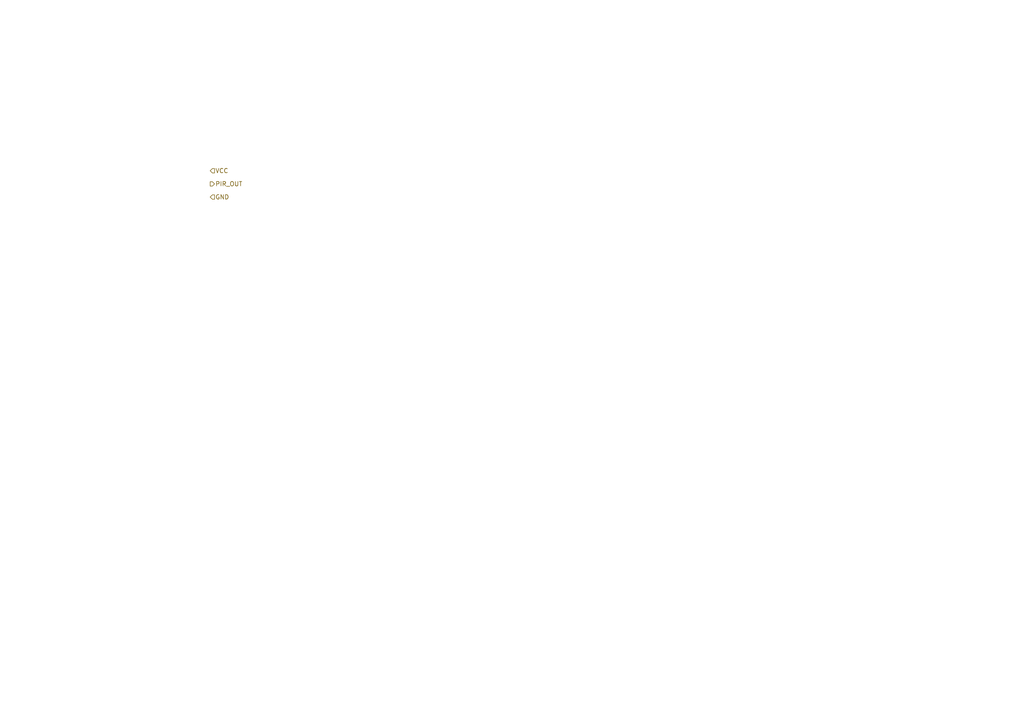
<source format=kicad_sch>
(kicad_sch
	(version 20250114)
	(generator "eeschema")
	(generator_version "9.0")
	(uuid "19f835d4-2ca1-4b92-afff-82635a5a5bff")
	(paper "A4")
	(lib_symbols)
	(hierarchical_label "PIR_OUT"
		(shape output)
		(at 60.96 53.34 0)
		(effects
			(font
				(size 1.27 1.27)
			)
			(justify left)
		)
		(uuid "6317944c-0ded-4c08-873f-e5b454bc0f54")
	)
	(hierarchical_label "VCC"
		(shape input)
		(at 60.96 49.53 0)
		(effects
			(font
				(size 1.27 1.27)
			)
			(justify left)
		)
		(uuid "6b3e16b0-a331-4070-8afc-768c46fcf42b")
	)
	(hierarchical_label "GND"
		(shape input)
		(at 60.96 57.15 0)
		(effects
			(font
				(size 1.27 1.27)
			)
			(justify left)
		)
		(uuid "cb6c19a0-e1c0-468a-b30a-236969e2b728")
	)
)

</source>
